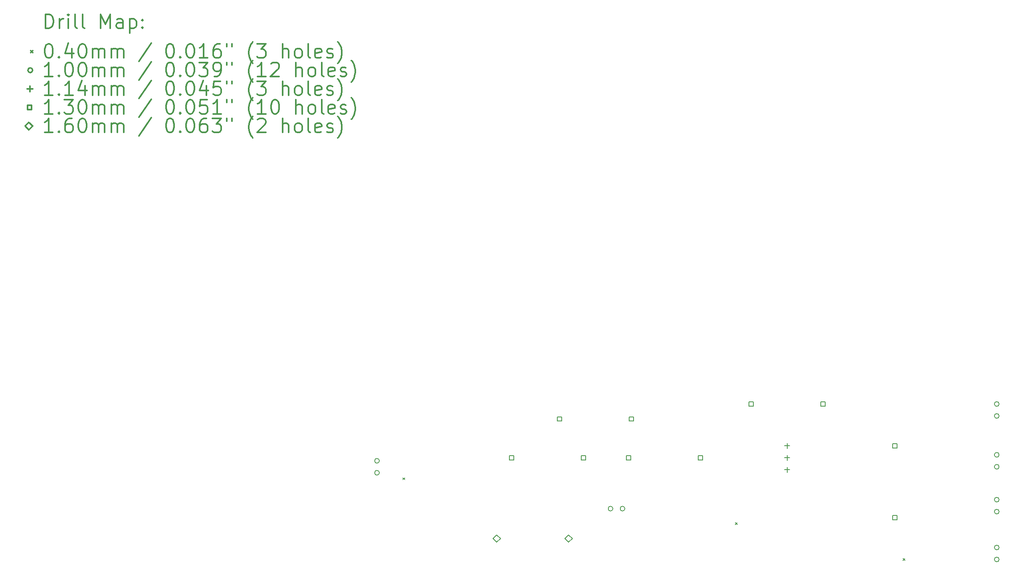
<source format=gbr>
%FSLAX45Y45*%
G04 Gerber Fmt 4.5, Leading zero omitted, Abs format (unit mm)*
G04 Created by KiCad (PCBNEW 4.0.5) date 02/22/17 18:24:00*
%MOMM*%
%LPD*%
G01*
G04 APERTURE LIST*
%ADD10C,0.127000*%
%ADD11C,0.200000*%
%ADD12C,0.300000*%
G04 APERTURE END LIST*
D10*
D11*
X1186500Y2115500D02*
X1226500Y2075500D01*
X1226500Y2115500D02*
X1186500Y2075500D01*
X8235000Y1163000D02*
X8275000Y1123000D01*
X8275000Y1163000D02*
X8235000Y1123000D01*
X11791000Y401000D02*
X11831000Y361000D01*
X11831000Y401000D02*
X11791000Y361000D01*
X685000Y2476500D02*
G75*
G03X685000Y2476500I-50000J0D01*
G01*
X685000Y2222500D02*
G75*
G03X685000Y2222500I-50000J0D01*
G01*
X5638000Y1460500D02*
G75*
G03X5638000Y1460500I-50000J0D01*
G01*
X5892000Y1460500D02*
G75*
G03X5892000Y1460500I-50000J0D01*
G01*
X13829500Y3683000D02*
G75*
G03X13829500Y3683000I-50000J0D01*
G01*
X13829500Y3429000D02*
G75*
G03X13829500Y3429000I-50000J0D01*
G01*
X13829500Y2603500D02*
G75*
G03X13829500Y2603500I-50000J0D01*
G01*
X13829500Y2349500D02*
G75*
G03X13829500Y2349500I-50000J0D01*
G01*
X13829500Y1651000D02*
G75*
G03X13829500Y1651000I-50000J0D01*
G01*
X13829500Y1397000D02*
G75*
G03X13829500Y1397000I-50000J0D01*
G01*
X13829500Y635000D02*
G75*
G03X13829500Y635000I-50000J0D01*
G01*
X13829500Y381000D02*
G75*
G03X13829500Y381000I-50000J0D01*
G01*
X9334500Y2851150D02*
X9334500Y2736850D01*
X9277350Y2794000D02*
X9391650Y2794000D01*
X9334500Y2597150D02*
X9334500Y2482850D01*
X9277350Y2540000D02*
X9391650Y2540000D01*
X9334500Y2343150D02*
X9334500Y2228850D01*
X9277350Y2286000D02*
X9391650Y2286000D01*
X3538462Y2494038D02*
X3538462Y2585962D01*
X3446538Y2585962D01*
X3446538Y2494038D01*
X3538462Y2494038D01*
X4554462Y3319538D02*
X4554462Y3411462D01*
X4462538Y3411462D01*
X4462538Y3319538D01*
X4554462Y3319538D01*
X5062462Y2494038D02*
X5062462Y2585962D01*
X4970538Y2585962D01*
X4970538Y2494038D01*
X5062462Y2494038D01*
X6014962Y2494038D02*
X6014962Y2585962D01*
X5923038Y2585962D01*
X5923038Y2494038D01*
X6014962Y2494038D01*
X6078462Y3319538D02*
X6078462Y3411462D01*
X5986538Y3411462D01*
X5986538Y3319538D01*
X6078462Y3319538D01*
X7538962Y2494038D02*
X7538962Y2585962D01*
X7447038Y2585962D01*
X7447038Y2494038D01*
X7538962Y2494038D01*
X8618462Y3637038D02*
X8618462Y3728962D01*
X8526538Y3728962D01*
X8526538Y3637038D01*
X8618462Y3637038D01*
X10142462Y3637038D02*
X10142462Y3728962D01*
X10050538Y3728962D01*
X10050538Y3637038D01*
X10142462Y3637038D01*
X11666462Y2748038D02*
X11666462Y2839962D01*
X11574538Y2839962D01*
X11574538Y2748038D01*
X11666462Y2748038D01*
X11666462Y1224038D02*
X11666462Y1315962D01*
X11574538Y1315962D01*
X11574538Y1224038D01*
X11666462Y1224038D01*
X3175000Y745500D02*
X3255000Y825500D01*
X3175000Y905500D01*
X3095000Y825500D01*
X3175000Y745500D01*
X4699000Y745500D02*
X4779000Y825500D01*
X4699000Y905500D01*
X4619000Y825500D01*
X4699000Y745500D01*
D12*
X-6396071Y11662786D02*
X-6396071Y11962786D01*
X-6324643Y11962786D01*
X-6281786Y11948500D01*
X-6253214Y11919929D01*
X-6238929Y11891357D01*
X-6224643Y11834214D01*
X-6224643Y11791357D01*
X-6238929Y11734214D01*
X-6253214Y11705643D01*
X-6281786Y11677071D01*
X-6324643Y11662786D01*
X-6396071Y11662786D01*
X-6096071Y11662786D02*
X-6096071Y11862786D01*
X-6096071Y11805643D02*
X-6081786Y11834214D01*
X-6067500Y11848500D01*
X-6038929Y11862786D01*
X-6010357Y11862786D01*
X-5910357Y11662786D02*
X-5910357Y11862786D01*
X-5910357Y11962786D02*
X-5924643Y11948500D01*
X-5910357Y11934214D01*
X-5896071Y11948500D01*
X-5910357Y11962786D01*
X-5910357Y11934214D01*
X-5724643Y11662786D02*
X-5753214Y11677071D01*
X-5767500Y11705643D01*
X-5767500Y11962786D01*
X-5567500Y11662786D02*
X-5596071Y11677071D01*
X-5610357Y11705643D01*
X-5610357Y11962786D01*
X-5224643Y11662786D02*
X-5224643Y11962786D01*
X-5124643Y11748500D01*
X-5024643Y11962786D01*
X-5024643Y11662786D01*
X-4753214Y11662786D02*
X-4753214Y11819929D01*
X-4767500Y11848500D01*
X-4796071Y11862786D01*
X-4853214Y11862786D01*
X-4881786Y11848500D01*
X-4753214Y11677071D02*
X-4781786Y11662786D01*
X-4853214Y11662786D01*
X-4881786Y11677071D01*
X-4896071Y11705643D01*
X-4896071Y11734214D01*
X-4881786Y11762786D01*
X-4853214Y11777071D01*
X-4781786Y11777071D01*
X-4753214Y11791357D01*
X-4610357Y11862786D02*
X-4610357Y11562786D01*
X-4610357Y11848500D02*
X-4581786Y11862786D01*
X-4524643Y11862786D01*
X-4496071Y11848500D01*
X-4481786Y11834214D01*
X-4467500Y11805643D01*
X-4467500Y11719929D01*
X-4481786Y11691357D01*
X-4496071Y11677071D01*
X-4524643Y11662786D01*
X-4581786Y11662786D01*
X-4610357Y11677071D01*
X-4338929Y11691357D02*
X-4324643Y11677071D01*
X-4338929Y11662786D01*
X-4353214Y11677071D01*
X-4338929Y11691357D01*
X-4338929Y11662786D01*
X-4338929Y11848500D02*
X-4324643Y11834214D01*
X-4338929Y11819929D01*
X-4353214Y11834214D01*
X-4338929Y11848500D01*
X-4338929Y11819929D01*
X-6707500Y11188500D02*
X-6667500Y11148500D01*
X-6667500Y11188500D02*
X-6707500Y11148500D01*
X-6338929Y11332786D02*
X-6310357Y11332786D01*
X-6281786Y11318500D01*
X-6267500Y11304214D01*
X-6253214Y11275643D01*
X-6238929Y11218500D01*
X-6238929Y11147071D01*
X-6253214Y11089929D01*
X-6267500Y11061357D01*
X-6281786Y11047071D01*
X-6310357Y11032786D01*
X-6338929Y11032786D01*
X-6367500Y11047071D01*
X-6381786Y11061357D01*
X-6396071Y11089929D01*
X-6410357Y11147071D01*
X-6410357Y11218500D01*
X-6396071Y11275643D01*
X-6381786Y11304214D01*
X-6367500Y11318500D01*
X-6338929Y11332786D01*
X-6110357Y11061357D02*
X-6096071Y11047071D01*
X-6110357Y11032786D01*
X-6124643Y11047071D01*
X-6110357Y11061357D01*
X-6110357Y11032786D01*
X-5838929Y11232786D02*
X-5838929Y11032786D01*
X-5910357Y11347071D02*
X-5981786Y11132786D01*
X-5796071Y11132786D01*
X-5624643Y11332786D02*
X-5596071Y11332786D01*
X-5567500Y11318500D01*
X-5553214Y11304214D01*
X-5538929Y11275643D01*
X-5524643Y11218500D01*
X-5524643Y11147071D01*
X-5538929Y11089929D01*
X-5553214Y11061357D01*
X-5567500Y11047071D01*
X-5596071Y11032786D01*
X-5624643Y11032786D01*
X-5653214Y11047071D01*
X-5667500Y11061357D01*
X-5681786Y11089929D01*
X-5696071Y11147071D01*
X-5696071Y11218500D01*
X-5681786Y11275643D01*
X-5667500Y11304214D01*
X-5653214Y11318500D01*
X-5624643Y11332786D01*
X-5396071Y11032786D02*
X-5396071Y11232786D01*
X-5396071Y11204214D02*
X-5381786Y11218500D01*
X-5353214Y11232786D01*
X-5310357Y11232786D01*
X-5281786Y11218500D01*
X-5267500Y11189929D01*
X-5267500Y11032786D01*
X-5267500Y11189929D02*
X-5253214Y11218500D01*
X-5224643Y11232786D01*
X-5181786Y11232786D01*
X-5153214Y11218500D01*
X-5138929Y11189929D01*
X-5138929Y11032786D01*
X-4996071Y11032786D02*
X-4996071Y11232786D01*
X-4996071Y11204214D02*
X-4981786Y11218500D01*
X-4953214Y11232786D01*
X-4910357Y11232786D01*
X-4881786Y11218500D01*
X-4867500Y11189929D01*
X-4867500Y11032786D01*
X-4867500Y11189929D02*
X-4853214Y11218500D01*
X-4824643Y11232786D01*
X-4781786Y11232786D01*
X-4753214Y11218500D01*
X-4738929Y11189929D01*
X-4738929Y11032786D01*
X-4153214Y11347071D02*
X-4410357Y10961357D01*
X-3767500Y11332786D02*
X-3738929Y11332786D01*
X-3710357Y11318500D01*
X-3696071Y11304214D01*
X-3681786Y11275643D01*
X-3667500Y11218500D01*
X-3667500Y11147071D01*
X-3681786Y11089929D01*
X-3696071Y11061357D01*
X-3710357Y11047071D01*
X-3738929Y11032786D01*
X-3767500Y11032786D01*
X-3796071Y11047071D01*
X-3810357Y11061357D01*
X-3824643Y11089929D01*
X-3838929Y11147071D01*
X-3838929Y11218500D01*
X-3824643Y11275643D01*
X-3810357Y11304214D01*
X-3796071Y11318500D01*
X-3767500Y11332786D01*
X-3538929Y11061357D02*
X-3524643Y11047071D01*
X-3538929Y11032786D01*
X-3553214Y11047071D01*
X-3538929Y11061357D01*
X-3538929Y11032786D01*
X-3338929Y11332786D02*
X-3310357Y11332786D01*
X-3281786Y11318500D01*
X-3267500Y11304214D01*
X-3253214Y11275643D01*
X-3238929Y11218500D01*
X-3238929Y11147071D01*
X-3253214Y11089929D01*
X-3267500Y11061357D01*
X-3281786Y11047071D01*
X-3310357Y11032786D01*
X-3338929Y11032786D01*
X-3367500Y11047071D01*
X-3381786Y11061357D01*
X-3396071Y11089929D01*
X-3410357Y11147071D01*
X-3410357Y11218500D01*
X-3396071Y11275643D01*
X-3381786Y11304214D01*
X-3367500Y11318500D01*
X-3338929Y11332786D01*
X-2953214Y11032786D02*
X-3124643Y11032786D01*
X-3038929Y11032786D02*
X-3038929Y11332786D01*
X-3067500Y11289929D01*
X-3096071Y11261357D01*
X-3124643Y11247071D01*
X-2696072Y11332786D02*
X-2753214Y11332786D01*
X-2781786Y11318500D01*
X-2796072Y11304214D01*
X-2824643Y11261357D01*
X-2838929Y11204214D01*
X-2838929Y11089929D01*
X-2824643Y11061357D01*
X-2810357Y11047071D01*
X-2781786Y11032786D01*
X-2724643Y11032786D01*
X-2696072Y11047071D01*
X-2681786Y11061357D01*
X-2667500Y11089929D01*
X-2667500Y11161357D01*
X-2681786Y11189929D01*
X-2696072Y11204214D01*
X-2724643Y11218500D01*
X-2781786Y11218500D01*
X-2810357Y11204214D01*
X-2824643Y11189929D01*
X-2838929Y11161357D01*
X-2553214Y11332786D02*
X-2553214Y11275643D01*
X-2438929Y11332786D02*
X-2438929Y11275643D01*
X-1996071Y10918500D02*
X-2010357Y10932786D01*
X-2038929Y10975643D01*
X-2053214Y11004214D01*
X-2067500Y11047071D01*
X-2081786Y11118500D01*
X-2081786Y11175643D01*
X-2067500Y11247071D01*
X-2053214Y11289929D01*
X-2038929Y11318500D01*
X-2010357Y11361357D01*
X-1996071Y11375643D01*
X-1910357Y11332786D02*
X-1724643Y11332786D01*
X-1824643Y11218500D01*
X-1781786Y11218500D01*
X-1753214Y11204214D01*
X-1738929Y11189929D01*
X-1724643Y11161357D01*
X-1724643Y11089929D01*
X-1738929Y11061357D01*
X-1753214Y11047071D01*
X-1781786Y11032786D01*
X-1867500Y11032786D01*
X-1896071Y11047071D01*
X-1910357Y11061357D01*
X-1367500Y11032786D02*
X-1367500Y11332786D01*
X-1238929Y11032786D02*
X-1238929Y11189929D01*
X-1253214Y11218500D01*
X-1281786Y11232786D01*
X-1324643Y11232786D01*
X-1353214Y11218500D01*
X-1367500Y11204214D01*
X-1053214Y11032786D02*
X-1081786Y11047071D01*
X-1096072Y11061357D01*
X-1110357Y11089929D01*
X-1110357Y11175643D01*
X-1096072Y11204214D01*
X-1081786Y11218500D01*
X-1053214Y11232786D01*
X-1010357Y11232786D01*
X-981786Y11218500D01*
X-967500Y11204214D01*
X-953214Y11175643D01*
X-953214Y11089929D01*
X-967500Y11061357D01*
X-981786Y11047071D01*
X-1010357Y11032786D01*
X-1053214Y11032786D01*
X-781786Y11032786D02*
X-810357Y11047071D01*
X-824643Y11075643D01*
X-824643Y11332786D01*
X-553214Y11047071D02*
X-581786Y11032786D01*
X-638929Y11032786D01*
X-667500Y11047071D01*
X-681786Y11075643D01*
X-681786Y11189929D01*
X-667500Y11218500D01*
X-638929Y11232786D01*
X-581786Y11232786D01*
X-553214Y11218500D01*
X-538929Y11189929D01*
X-538929Y11161357D01*
X-681786Y11132786D01*
X-424643Y11047071D02*
X-396071Y11032786D01*
X-338929Y11032786D01*
X-310357Y11047071D01*
X-296071Y11075643D01*
X-296071Y11089929D01*
X-310357Y11118500D01*
X-338929Y11132786D01*
X-381786Y11132786D01*
X-410357Y11147071D01*
X-424643Y11175643D01*
X-424643Y11189929D01*
X-410357Y11218500D01*
X-381786Y11232786D01*
X-338929Y11232786D01*
X-310357Y11218500D01*
X-196071Y10918500D02*
X-181786Y10932786D01*
X-153214Y10975643D01*
X-138929Y11004214D01*
X-124643Y11047071D01*
X-110357Y11118500D01*
X-110357Y11175643D01*
X-124643Y11247071D01*
X-138929Y11289929D01*
X-153214Y11318500D01*
X-181786Y11361357D01*
X-196071Y11375643D01*
X-6667500Y10772500D02*
G75*
G03X-6667500Y10772500I-50000J0D01*
G01*
X-6238929Y10636786D02*
X-6410357Y10636786D01*
X-6324643Y10636786D02*
X-6324643Y10936786D01*
X-6353214Y10893929D01*
X-6381786Y10865357D01*
X-6410357Y10851071D01*
X-6110357Y10665357D02*
X-6096071Y10651071D01*
X-6110357Y10636786D01*
X-6124643Y10651071D01*
X-6110357Y10665357D01*
X-6110357Y10636786D01*
X-5910357Y10936786D02*
X-5881786Y10936786D01*
X-5853214Y10922500D01*
X-5838929Y10908214D01*
X-5824643Y10879643D01*
X-5810357Y10822500D01*
X-5810357Y10751071D01*
X-5824643Y10693929D01*
X-5838929Y10665357D01*
X-5853214Y10651071D01*
X-5881786Y10636786D01*
X-5910357Y10636786D01*
X-5938929Y10651071D01*
X-5953214Y10665357D01*
X-5967500Y10693929D01*
X-5981786Y10751071D01*
X-5981786Y10822500D01*
X-5967500Y10879643D01*
X-5953214Y10908214D01*
X-5938929Y10922500D01*
X-5910357Y10936786D01*
X-5624643Y10936786D02*
X-5596071Y10936786D01*
X-5567500Y10922500D01*
X-5553214Y10908214D01*
X-5538929Y10879643D01*
X-5524643Y10822500D01*
X-5524643Y10751071D01*
X-5538929Y10693929D01*
X-5553214Y10665357D01*
X-5567500Y10651071D01*
X-5596071Y10636786D01*
X-5624643Y10636786D01*
X-5653214Y10651071D01*
X-5667500Y10665357D01*
X-5681786Y10693929D01*
X-5696071Y10751071D01*
X-5696071Y10822500D01*
X-5681786Y10879643D01*
X-5667500Y10908214D01*
X-5653214Y10922500D01*
X-5624643Y10936786D01*
X-5396071Y10636786D02*
X-5396071Y10836786D01*
X-5396071Y10808214D02*
X-5381786Y10822500D01*
X-5353214Y10836786D01*
X-5310357Y10836786D01*
X-5281786Y10822500D01*
X-5267500Y10793929D01*
X-5267500Y10636786D01*
X-5267500Y10793929D02*
X-5253214Y10822500D01*
X-5224643Y10836786D01*
X-5181786Y10836786D01*
X-5153214Y10822500D01*
X-5138929Y10793929D01*
X-5138929Y10636786D01*
X-4996071Y10636786D02*
X-4996071Y10836786D01*
X-4996071Y10808214D02*
X-4981786Y10822500D01*
X-4953214Y10836786D01*
X-4910357Y10836786D01*
X-4881786Y10822500D01*
X-4867500Y10793929D01*
X-4867500Y10636786D01*
X-4867500Y10793929D02*
X-4853214Y10822500D01*
X-4824643Y10836786D01*
X-4781786Y10836786D01*
X-4753214Y10822500D01*
X-4738929Y10793929D01*
X-4738929Y10636786D01*
X-4153214Y10951071D02*
X-4410357Y10565357D01*
X-3767500Y10936786D02*
X-3738929Y10936786D01*
X-3710357Y10922500D01*
X-3696071Y10908214D01*
X-3681786Y10879643D01*
X-3667500Y10822500D01*
X-3667500Y10751071D01*
X-3681786Y10693929D01*
X-3696071Y10665357D01*
X-3710357Y10651071D01*
X-3738929Y10636786D01*
X-3767500Y10636786D01*
X-3796071Y10651071D01*
X-3810357Y10665357D01*
X-3824643Y10693929D01*
X-3838929Y10751071D01*
X-3838929Y10822500D01*
X-3824643Y10879643D01*
X-3810357Y10908214D01*
X-3796071Y10922500D01*
X-3767500Y10936786D01*
X-3538929Y10665357D02*
X-3524643Y10651071D01*
X-3538929Y10636786D01*
X-3553214Y10651071D01*
X-3538929Y10665357D01*
X-3538929Y10636786D01*
X-3338929Y10936786D02*
X-3310357Y10936786D01*
X-3281786Y10922500D01*
X-3267500Y10908214D01*
X-3253214Y10879643D01*
X-3238929Y10822500D01*
X-3238929Y10751071D01*
X-3253214Y10693929D01*
X-3267500Y10665357D01*
X-3281786Y10651071D01*
X-3310357Y10636786D01*
X-3338929Y10636786D01*
X-3367500Y10651071D01*
X-3381786Y10665357D01*
X-3396071Y10693929D01*
X-3410357Y10751071D01*
X-3410357Y10822500D01*
X-3396071Y10879643D01*
X-3381786Y10908214D01*
X-3367500Y10922500D01*
X-3338929Y10936786D01*
X-3138929Y10936786D02*
X-2953214Y10936786D01*
X-3053214Y10822500D01*
X-3010357Y10822500D01*
X-2981786Y10808214D01*
X-2967500Y10793929D01*
X-2953214Y10765357D01*
X-2953214Y10693929D01*
X-2967500Y10665357D01*
X-2981786Y10651071D01*
X-3010357Y10636786D01*
X-3096071Y10636786D01*
X-3124643Y10651071D01*
X-3138929Y10665357D01*
X-2810357Y10636786D02*
X-2753214Y10636786D01*
X-2724643Y10651071D01*
X-2710357Y10665357D01*
X-2681786Y10708214D01*
X-2667500Y10765357D01*
X-2667500Y10879643D01*
X-2681786Y10908214D01*
X-2696072Y10922500D01*
X-2724643Y10936786D01*
X-2781786Y10936786D01*
X-2810357Y10922500D01*
X-2824643Y10908214D01*
X-2838929Y10879643D01*
X-2838929Y10808214D01*
X-2824643Y10779643D01*
X-2810357Y10765357D01*
X-2781786Y10751071D01*
X-2724643Y10751071D01*
X-2696072Y10765357D01*
X-2681786Y10779643D01*
X-2667500Y10808214D01*
X-2553214Y10936786D02*
X-2553214Y10879643D01*
X-2438929Y10936786D02*
X-2438929Y10879643D01*
X-1996071Y10522500D02*
X-2010357Y10536786D01*
X-2038929Y10579643D01*
X-2053214Y10608214D01*
X-2067500Y10651071D01*
X-2081786Y10722500D01*
X-2081786Y10779643D01*
X-2067500Y10851071D01*
X-2053214Y10893929D01*
X-2038929Y10922500D01*
X-2010357Y10965357D01*
X-1996071Y10979643D01*
X-1724643Y10636786D02*
X-1896071Y10636786D01*
X-1810357Y10636786D02*
X-1810357Y10936786D01*
X-1838929Y10893929D01*
X-1867500Y10865357D01*
X-1896071Y10851071D01*
X-1610357Y10908214D02*
X-1596071Y10922500D01*
X-1567500Y10936786D01*
X-1496071Y10936786D01*
X-1467500Y10922500D01*
X-1453214Y10908214D01*
X-1438929Y10879643D01*
X-1438929Y10851071D01*
X-1453214Y10808214D01*
X-1624643Y10636786D01*
X-1438929Y10636786D01*
X-1081786Y10636786D02*
X-1081786Y10936786D01*
X-953214Y10636786D02*
X-953214Y10793929D01*
X-967500Y10822500D01*
X-996071Y10836786D01*
X-1038929Y10836786D01*
X-1067500Y10822500D01*
X-1081786Y10808214D01*
X-767500Y10636786D02*
X-796071Y10651071D01*
X-810357Y10665357D01*
X-824643Y10693929D01*
X-824643Y10779643D01*
X-810357Y10808214D01*
X-796071Y10822500D01*
X-767500Y10836786D01*
X-724643Y10836786D01*
X-696072Y10822500D01*
X-681786Y10808214D01*
X-667500Y10779643D01*
X-667500Y10693929D01*
X-681786Y10665357D01*
X-696072Y10651071D01*
X-724643Y10636786D01*
X-767500Y10636786D01*
X-496071Y10636786D02*
X-524643Y10651071D01*
X-538929Y10679643D01*
X-538929Y10936786D01*
X-267500Y10651071D02*
X-296071Y10636786D01*
X-353214Y10636786D01*
X-381786Y10651071D01*
X-396071Y10679643D01*
X-396071Y10793929D01*
X-381786Y10822500D01*
X-353214Y10836786D01*
X-296071Y10836786D01*
X-267500Y10822500D01*
X-253214Y10793929D01*
X-253214Y10765357D01*
X-396071Y10736786D01*
X-138929Y10651071D02*
X-110357Y10636786D01*
X-53214Y10636786D01*
X-24643Y10651071D01*
X-10357Y10679643D01*
X-10357Y10693929D01*
X-24643Y10722500D01*
X-53214Y10736786D01*
X-96071Y10736786D01*
X-124643Y10751071D01*
X-138929Y10779643D01*
X-138929Y10793929D01*
X-124643Y10822500D01*
X-96071Y10836786D01*
X-53214Y10836786D01*
X-24643Y10822500D01*
X89643Y10522500D02*
X103929Y10536786D01*
X132500Y10579643D01*
X146786Y10608214D01*
X161071Y10651071D01*
X175357Y10722500D01*
X175357Y10779643D01*
X161071Y10851071D01*
X146786Y10893929D01*
X132500Y10922500D01*
X103929Y10965357D01*
X89643Y10979643D01*
X-6724650Y10433650D02*
X-6724650Y10319350D01*
X-6781800Y10376500D02*
X-6667500Y10376500D01*
X-6238929Y10240786D02*
X-6410357Y10240786D01*
X-6324643Y10240786D02*
X-6324643Y10540786D01*
X-6353214Y10497929D01*
X-6381786Y10469357D01*
X-6410357Y10455071D01*
X-6110357Y10269357D02*
X-6096071Y10255071D01*
X-6110357Y10240786D01*
X-6124643Y10255071D01*
X-6110357Y10269357D01*
X-6110357Y10240786D01*
X-5810357Y10240786D02*
X-5981786Y10240786D01*
X-5896071Y10240786D02*
X-5896071Y10540786D01*
X-5924643Y10497929D01*
X-5953214Y10469357D01*
X-5981786Y10455071D01*
X-5553214Y10440786D02*
X-5553214Y10240786D01*
X-5624643Y10555071D02*
X-5696071Y10340786D01*
X-5510357Y10340786D01*
X-5396071Y10240786D02*
X-5396071Y10440786D01*
X-5396071Y10412214D02*
X-5381786Y10426500D01*
X-5353214Y10440786D01*
X-5310357Y10440786D01*
X-5281786Y10426500D01*
X-5267500Y10397929D01*
X-5267500Y10240786D01*
X-5267500Y10397929D02*
X-5253214Y10426500D01*
X-5224643Y10440786D01*
X-5181786Y10440786D01*
X-5153214Y10426500D01*
X-5138929Y10397929D01*
X-5138929Y10240786D01*
X-4996071Y10240786D02*
X-4996071Y10440786D01*
X-4996071Y10412214D02*
X-4981786Y10426500D01*
X-4953214Y10440786D01*
X-4910357Y10440786D01*
X-4881786Y10426500D01*
X-4867500Y10397929D01*
X-4867500Y10240786D01*
X-4867500Y10397929D02*
X-4853214Y10426500D01*
X-4824643Y10440786D01*
X-4781786Y10440786D01*
X-4753214Y10426500D01*
X-4738929Y10397929D01*
X-4738929Y10240786D01*
X-4153214Y10555071D02*
X-4410357Y10169357D01*
X-3767500Y10540786D02*
X-3738929Y10540786D01*
X-3710357Y10526500D01*
X-3696071Y10512214D01*
X-3681786Y10483643D01*
X-3667500Y10426500D01*
X-3667500Y10355071D01*
X-3681786Y10297929D01*
X-3696071Y10269357D01*
X-3710357Y10255071D01*
X-3738929Y10240786D01*
X-3767500Y10240786D01*
X-3796071Y10255071D01*
X-3810357Y10269357D01*
X-3824643Y10297929D01*
X-3838929Y10355071D01*
X-3838929Y10426500D01*
X-3824643Y10483643D01*
X-3810357Y10512214D01*
X-3796071Y10526500D01*
X-3767500Y10540786D01*
X-3538929Y10269357D02*
X-3524643Y10255071D01*
X-3538929Y10240786D01*
X-3553214Y10255071D01*
X-3538929Y10269357D01*
X-3538929Y10240786D01*
X-3338929Y10540786D02*
X-3310357Y10540786D01*
X-3281786Y10526500D01*
X-3267500Y10512214D01*
X-3253214Y10483643D01*
X-3238929Y10426500D01*
X-3238929Y10355071D01*
X-3253214Y10297929D01*
X-3267500Y10269357D01*
X-3281786Y10255071D01*
X-3310357Y10240786D01*
X-3338929Y10240786D01*
X-3367500Y10255071D01*
X-3381786Y10269357D01*
X-3396071Y10297929D01*
X-3410357Y10355071D01*
X-3410357Y10426500D01*
X-3396071Y10483643D01*
X-3381786Y10512214D01*
X-3367500Y10526500D01*
X-3338929Y10540786D01*
X-2981786Y10440786D02*
X-2981786Y10240786D01*
X-3053214Y10555071D02*
X-3124643Y10340786D01*
X-2938929Y10340786D01*
X-2681786Y10540786D02*
X-2824643Y10540786D01*
X-2838929Y10397929D01*
X-2824643Y10412214D01*
X-2796072Y10426500D01*
X-2724643Y10426500D01*
X-2696072Y10412214D01*
X-2681786Y10397929D01*
X-2667500Y10369357D01*
X-2667500Y10297929D01*
X-2681786Y10269357D01*
X-2696072Y10255071D01*
X-2724643Y10240786D01*
X-2796072Y10240786D01*
X-2824643Y10255071D01*
X-2838929Y10269357D01*
X-2553214Y10540786D02*
X-2553214Y10483643D01*
X-2438929Y10540786D02*
X-2438929Y10483643D01*
X-1996071Y10126500D02*
X-2010357Y10140786D01*
X-2038929Y10183643D01*
X-2053214Y10212214D01*
X-2067500Y10255071D01*
X-2081786Y10326500D01*
X-2081786Y10383643D01*
X-2067500Y10455071D01*
X-2053214Y10497929D01*
X-2038929Y10526500D01*
X-2010357Y10569357D01*
X-1996071Y10583643D01*
X-1910357Y10540786D02*
X-1724643Y10540786D01*
X-1824643Y10426500D01*
X-1781786Y10426500D01*
X-1753214Y10412214D01*
X-1738929Y10397929D01*
X-1724643Y10369357D01*
X-1724643Y10297929D01*
X-1738929Y10269357D01*
X-1753214Y10255071D01*
X-1781786Y10240786D01*
X-1867500Y10240786D01*
X-1896071Y10255071D01*
X-1910357Y10269357D01*
X-1367500Y10240786D02*
X-1367500Y10540786D01*
X-1238929Y10240786D02*
X-1238929Y10397929D01*
X-1253214Y10426500D01*
X-1281786Y10440786D01*
X-1324643Y10440786D01*
X-1353214Y10426500D01*
X-1367500Y10412214D01*
X-1053214Y10240786D02*
X-1081786Y10255071D01*
X-1096072Y10269357D01*
X-1110357Y10297929D01*
X-1110357Y10383643D01*
X-1096072Y10412214D01*
X-1081786Y10426500D01*
X-1053214Y10440786D01*
X-1010357Y10440786D01*
X-981786Y10426500D01*
X-967500Y10412214D01*
X-953214Y10383643D01*
X-953214Y10297929D01*
X-967500Y10269357D01*
X-981786Y10255071D01*
X-1010357Y10240786D01*
X-1053214Y10240786D01*
X-781786Y10240786D02*
X-810357Y10255071D01*
X-824643Y10283643D01*
X-824643Y10540786D01*
X-553214Y10255071D02*
X-581786Y10240786D01*
X-638929Y10240786D01*
X-667500Y10255071D01*
X-681786Y10283643D01*
X-681786Y10397929D01*
X-667500Y10426500D01*
X-638929Y10440786D01*
X-581786Y10440786D01*
X-553214Y10426500D01*
X-538929Y10397929D01*
X-538929Y10369357D01*
X-681786Y10340786D01*
X-424643Y10255071D02*
X-396071Y10240786D01*
X-338929Y10240786D01*
X-310357Y10255071D01*
X-296071Y10283643D01*
X-296071Y10297929D01*
X-310357Y10326500D01*
X-338929Y10340786D01*
X-381786Y10340786D01*
X-410357Y10355071D01*
X-424643Y10383643D01*
X-424643Y10397929D01*
X-410357Y10426500D01*
X-381786Y10440786D01*
X-338929Y10440786D01*
X-310357Y10426500D01*
X-196071Y10126500D02*
X-181786Y10140786D01*
X-153214Y10183643D01*
X-138929Y10212214D01*
X-124643Y10255071D01*
X-110357Y10326500D01*
X-110357Y10383643D01*
X-124643Y10455071D01*
X-138929Y10497929D01*
X-153214Y10526500D01*
X-181786Y10569357D01*
X-196071Y10583643D01*
X-6686538Y9934538D02*
X-6686538Y10026462D01*
X-6778462Y10026462D01*
X-6778462Y9934538D01*
X-6686538Y9934538D01*
X-6238929Y9844786D02*
X-6410357Y9844786D01*
X-6324643Y9844786D02*
X-6324643Y10144786D01*
X-6353214Y10101929D01*
X-6381786Y10073357D01*
X-6410357Y10059071D01*
X-6110357Y9873357D02*
X-6096071Y9859071D01*
X-6110357Y9844786D01*
X-6124643Y9859071D01*
X-6110357Y9873357D01*
X-6110357Y9844786D01*
X-5996071Y10144786D02*
X-5810357Y10144786D01*
X-5910357Y10030500D01*
X-5867500Y10030500D01*
X-5838929Y10016214D01*
X-5824643Y10001929D01*
X-5810357Y9973357D01*
X-5810357Y9901929D01*
X-5824643Y9873357D01*
X-5838929Y9859071D01*
X-5867500Y9844786D01*
X-5953214Y9844786D01*
X-5981786Y9859071D01*
X-5996071Y9873357D01*
X-5624643Y10144786D02*
X-5596071Y10144786D01*
X-5567500Y10130500D01*
X-5553214Y10116214D01*
X-5538929Y10087643D01*
X-5524643Y10030500D01*
X-5524643Y9959071D01*
X-5538929Y9901929D01*
X-5553214Y9873357D01*
X-5567500Y9859071D01*
X-5596071Y9844786D01*
X-5624643Y9844786D01*
X-5653214Y9859071D01*
X-5667500Y9873357D01*
X-5681786Y9901929D01*
X-5696071Y9959071D01*
X-5696071Y10030500D01*
X-5681786Y10087643D01*
X-5667500Y10116214D01*
X-5653214Y10130500D01*
X-5624643Y10144786D01*
X-5396071Y9844786D02*
X-5396071Y10044786D01*
X-5396071Y10016214D02*
X-5381786Y10030500D01*
X-5353214Y10044786D01*
X-5310357Y10044786D01*
X-5281786Y10030500D01*
X-5267500Y10001929D01*
X-5267500Y9844786D01*
X-5267500Y10001929D02*
X-5253214Y10030500D01*
X-5224643Y10044786D01*
X-5181786Y10044786D01*
X-5153214Y10030500D01*
X-5138929Y10001929D01*
X-5138929Y9844786D01*
X-4996071Y9844786D02*
X-4996071Y10044786D01*
X-4996071Y10016214D02*
X-4981786Y10030500D01*
X-4953214Y10044786D01*
X-4910357Y10044786D01*
X-4881786Y10030500D01*
X-4867500Y10001929D01*
X-4867500Y9844786D01*
X-4867500Y10001929D02*
X-4853214Y10030500D01*
X-4824643Y10044786D01*
X-4781786Y10044786D01*
X-4753214Y10030500D01*
X-4738929Y10001929D01*
X-4738929Y9844786D01*
X-4153214Y10159071D02*
X-4410357Y9773357D01*
X-3767500Y10144786D02*
X-3738929Y10144786D01*
X-3710357Y10130500D01*
X-3696071Y10116214D01*
X-3681786Y10087643D01*
X-3667500Y10030500D01*
X-3667500Y9959071D01*
X-3681786Y9901929D01*
X-3696071Y9873357D01*
X-3710357Y9859071D01*
X-3738929Y9844786D01*
X-3767500Y9844786D01*
X-3796071Y9859071D01*
X-3810357Y9873357D01*
X-3824643Y9901929D01*
X-3838929Y9959071D01*
X-3838929Y10030500D01*
X-3824643Y10087643D01*
X-3810357Y10116214D01*
X-3796071Y10130500D01*
X-3767500Y10144786D01*
X-3538929Y9873357D02*
X-3524643Y9859071D01*
X-3538929Y9844786D01*
X-3553214Y9859071D01*
X-3538929Y9873357D01*
X-3538929Y9844786D01*
X-3338929Y10144786D02*
X-3310357Y10144786D01*
X-3281786Y10130500D01*
X-3267500Y10116214D01*
X-3253214Y10087643D01*
X-3238929Y10030500D01*
X-3238929Y9959071D01*
X-3253214Y9901929D01*
X-3267500Y9873357D01*
X-3281786Y9859071D01*
X-3310357Y9844786D01*
X-3338929Y9844786D01*
X-3367500Y9859071D01*
X-3381786Y9873357D01*
X-3396071Y9901929D01*
X-3410357Y9959071D01*
X-3410357Y10030500D01*
X-3396071Y10087643D01*
X-3381786Y10116214D01*
X-3367500Y10130500D01*
X-3338929Y10144786D01*
X-2967500Y10144786D02*
X-3110357Y10144786D01*
X-3124643Y10001929D01*
X-3110357Y10016214D01*
X-3081786Y10030500D01*
X-3010357Y10030500D01*
X-2981786Y10016214D01*
X-2967500Y10001929D01*
X-2953214Y9973357D01*
X-2953214Y9901929D01*
X-2967500Y9873357D01*
X-2981786Y9859071D01*
X-3010357Y9844786D01*
X-3081786Y9844786D01*
X-3110357Y9859071D01*
X-3124643Y9873357D01*
X-2667500Y9844786D02*
X-2838929Y9844786D01*
X-2753214Y9844786D02*
X-2753214Y10144786D01*
X-2781786Y10101929D01*
X-2810357Y10073357D01*
X-2838929Y10059071D01*
X-2553214Y10144786D02*
X-2553214Y10087643D01*
X-2438929Y10144786D02*
X-2438929Y10087643D01*
X-1996071Y9730500D02*
X-2010357Y9744786D01*
X-2038929Y9787643D01*
X-2053214Y9816214D01*
X-2067500Y9859071D01*
X-2081786Y9930500D01*
X-2081786Y9987643D01*
X-2067500Y10059071D01*
X-2053214Y10101929D01*
X-2038929Y10130500D01*
X-2010357Y10173357D01*
X-1996071Y10187643D01*
X-1724643Y9844786D02*
X-1896071Y9844786D01*
X-1810357Y9844786D02*
X-1810357Y10144786D01*
X-1838929Y10101929D01*
X-1867500Y10073357D01*
X-1896071Y10059071D01*
X-1538929Y10144786D02*
X-1510357Y10144786D01*
X-1481786Y10130500D01*
X-1467500Y10116214D01*
X-1453214Y10087643D01*
X-1438929Y10030500D01*
X-1438929Y9959071D01*
X-1453214Y9901929D01*
X-1467500Y9873357D01*
X-1481786Y9859071D01*
X-1510357Y9844786D01*
X-1538929Y9844786D01*
X-1567500Y9859071D01*
X-1581786Y9873357D01*
X-1596071Y9901929D01*
X-1610357Y9959071D01*
X-1610357Y10030500D01*
X-1596071Y10087643D01*
X-1581786Y10116214D01*
X-1567500Y10130500D01*
X-1538929Y10144786D01*
X-1081786Y9844786D02*
X-1081786Y10144786D01*
X-953214Y9844786D02*
X-953214Y10001929D01*
X-967500Y10030500D01*
X-996071Y10044786D01*
X-1038929Y10044786D01*
X-1067500Y10030500D01*
X-1081786Y10016214D01*
X-767500Y9844786D02*
X-796071Y9859071D01*
X-810357Y9873357D01*
X-824643Y9901929D01*
X-824643Y9987643D01*
X-810357Y10016214D01*
X-796071Y10030500D01*
X-767500Y10044786D01*
X-724643Y10044786D01*
X-696072Y10030500D01*
X-681786Y10016214D01*
X-667500Y9987643D01*
X-667500Y9901929D01*
X-681786Y9873357D01*
X-696072Y9859071D01*
X-724643Y9844786D01*
X-767500Y9844786D01*
X-496071Y9844786D02*
X-524643Y9859071D01*
X-538929Y9887643D01*
X-538929Y10144786D01*
X-267500Y9859071D02*
X-296071Y9844786D01*
X-353214Y9844786D01*
X-381786Y9859071D01*
X-396071Y9887643D01*
X-396071Y10001929D01*
X-381786Y10030500D01*
X-353214Y10044786D01*
X-296071Y10044786D01*
X-267500Y10030500D01*
X-253214Y10001929D01*
X-253214Y9973357D01*
X-396071Y9944786D01*
X-138929Y9859071D02*
X-110357Y9844786D01*
X-53214Y9844786D01*
X-24643Y9859071D01*
X-10357Y9887643D01*
X-10357Y9901929D01*
X-24643Y9930500D01*
X-53214Y9944786D01*
X-96071Y9944786D01*
X-124643Y9959071D01*
X-138929Y9987643D01*
X-138929Y10001929D01*
X-124643Y10030500D01*
X-96071Y10044786D01*
X-53214Y10044786D01*
X-24643Y10030500D01*
X89643Y9730500D02*
X103929Y9744786D01*
X132500Y9787643D01*
X146786Y9816214D01*
X161071Y9859071D01*
X175357Y9930500D01*
X175357Y9987643D01*
X161071Y10059071D01*
X146786Y10101929D01*
X132500Y10130500D01*
X103929Y10173357D01*
X89643Y10187643D01*
X-6747500Y9504500D02*
X-6667500Y9584500D01*
X-6747500Y9664500D01*
X-6827500Y9584500D01*
X-6747500Y9504500D01*
X-6238929Y9448786D02*
X-6410357Y9448786D01*
X-6324643Y9448786D02*
X-6324643Y9748786D01*
X-6353214Y9705929D01*
X-6381786Y9677357D01*
X-6410357Y9663071D01*
X-6110357Y9477357D02*
X-6096071Y9463071D01*
X-6110357Y9448786D01*
X-6124643Y9463071D01*
X-6110357Y9477357D01*
X-6110357Y9448786D01*
X-5838929Y9748786D02*
X-5896071Y9748786D01*
X-5924643Y9734500D01*
X-5938929Y9720214D01*
X-5967500Y9677357D01*
X-5981786Y9620214D01*
X-5981786Y9505929D01*
X-5967500Y9477357D01*
X-5953214Y9463071D01*
X-5924643Y9448786D01*
X-5867500Y9448786D01*
X-5838929Y9463071D01*
X-5824643Y9477357D01*
X-5810357Y9505929D01*
X-5810357Y9577357D01*
X-5824643Y9605929D01*
X-5838929Y9620214D01*
X-5867500Y9634500D01*
X-5924643Y9634500D01*
X-5953214Y9620214D01*
X-5967500Y9605929D01*
X-5981786Y9577357D01*
X-5624643Y9748786D02*
X-5596071Y9748786D01*
X-5567500Y9734500D01*
X-5553214Y9720214D01*
X-5538929Y9691643D01*
X-5524643Y9634500D01*
X-5524643Y9563071D01*
X-5538929Y9505929D01*
X-5553214Y9477357D01*
X-5567500Y9463071D01*
X-5596071Y9448786D01*
X-5624643Y9448786D01*
X-5653214Y9463071D01*
X-5667500Y9477357D01*
X-5681786Y9505929D01*
X-5696071Y9563071D01*
X-5696071Y9634500D01*
X-5681786Y9691643D01*
X-5667500Y9720214D01*
X-5653214Y9734500D01*
X-5624643Y9748786D01*
X-5396071Y9448786D02*
X-5396071Y9648786D01*
X-5396071Y9620214D02*
X-5381786Y9634500D01*
X-5353214Y9648786D01*
X-5310357Y9648786D01*
X-5281786Y9634500D01*
X-5267500Y9605929D01*
X-5267500Y9448786D01*
X-5267500Y9605929D02*
X-5253214Y9634500D01*
X-5224643Y9648786D01*
X-5181786Y9648786D01*
X-5153214Y9634500D01*
X-5138929Y9605929D01*
X-5138929Y9448786D01*
X-4996071Y9448786D02*
X-4996071Y9648786D01*
X-4996071Y9620214D02*
X-4981786Y9634500D01*
X-4953214Y9648786D01*
X-4910357Y9648786D01*
X-4881786Y9634500D01*
X-4867500Y9605929D01*
X-4867500Y9448786D01*
X-4867500Y9605929D02*
X-4853214Y9634500D01*
X-4824643Y9648786D01*
X-4781786Y9648786D01*
X-4753214Y9634500D01*
X-4738929Y9605929D01*
X-4738929Y9448786D01*
X-4153214Y9763071D02*
X-4410357Y9377357D01*
X-3767500Y9748786D02*
X-3738929Y9748786D01*
X-3710357Y9734500D01*
X-3696071Y9720214D01*
X-3681786Y9691643D01*
X-3667500Y9634500D01*
X-3667500Y9563071D01*
X-3681786Y9505929D01*
X-3696071Y9477357D01*
X-3710357Y9463071D01*
X-3738929Y9448786D01*
X-3767500Y9448786D01*
X-3796071Y9463071D01*
X-3810357Y9477357D01*
X-3824643Y9505929D01*
X-3838929Y9563071D01*
X-3838929Y9634500D01*
X-3824643Y9691643D01*
X-3810357Y9720214D01*
X-3796071Y9734500D01*
X-3767500Y9748786D01*
X-3538929Y9477357D02*
X-3524643Y9463071D01*
X-3538929Y9448786D01*
X-3553214Y9463071D01*
X-3538929Y9477357D01*
X-3538929Y9448786D01*
X-3338929Y9748786D02*
X-3310357Y9748786D01*
X-3281786Y9734500D01*
X-3267500Y9720214D01*
X-3253214Y9691643D01*
X-3238929Y9634500D01*
X-3238929Y9563071D01*
X-3253214Y9505929D01*
X-3267500Y9477357D01*
X-3281786Y9463071D01*
X-3310357Y9448786D01*
X-3338929Y9448786D01*
X-3367500Y9463071D01*
X-3381786Y9477357D01*
X-3396071Y9505929D01*
X-3410357Y9563071D01*
X-3410357Y9634500D01*
X-3396071Y9691643D01*
X-3381786Y9720214D01*
X-3367500Y9734500D01*
X-3338929Y9748786D01*
X-2981786Y9748786D02*
X-3038929Y9748786D01*
X-3067500Y9734500D01*
X-3081786Y9720214D01*
X-3110357Y9677357D01*
X-3124643Y9620214D01*
X-3124643Y9505929D01*
X-3110357Y9477357D01*
X-3096071Y9463071D01*
X-3067500Y9448786D01*
X-3010357Y9448786D01*
X-2981786Y9463071D01*
X-2967500Y9477357D01*
X-2953214Y9505929D01*
X-2953214Y9577357D01*
X-2967500Y9605929D01*
X-2981786Y9620214D01*
X-3010357Y9634500D01*
X-3067500Y9634500D01*
X-3096071Y9620214D01*
X-3110357Y9605929D01*
X-3124643Y9577357D01*
X-2853214Y9748786D02*
X-2667500Y9748786D01*
X-2767500Y9634500D01*
X-2724643Y9634500D01*
X-2696072Y9620214D01*
X-2681786Y9605929D01*
X-2667500Y9577357D01*
X-2667500Y9505929D01*
X-2681786Y9477357D01*
X-2696072Y9463071D01*
X-2724643Y9448786D01*
X-2810357Y9448786D01*
X-2838929Y9463071D01*
X-2853214Y9477357D01*
X-2553214Y9748786D02*
X-2553214Y9691643D01*
X-2438929Y9748786D02*
X-2438929Y9691643D01*
X-1996071Y9334500D02*
X-2010357Y9348786D01*
X-2038929Y9391643D01*
X-2053214Y9420214D01*
X-2067500Y9463071D01*
X-2081786Y9534500D01*
X-2081786Y9591643D01*
X-2067500Y9663071D01*
X-2053214Y9705929D01*
X-2038929Y9734500D01*
X-2010357Y9777357D01*
X-1996071Y9791643D01*
X-1896071Y9720214D02*
X-1881786Y9734500D01*
X-1853214Y9748786D01*
X-1781786Y9748786D01*
X-1753214Y9734500D01*
X-1738929Y9720214D01*
X-1724643Y9691643D01*
X-1724643Y9663071D01*
X-1738929Y9620214D01*
X-1910357Y9448786D01*
X-1724643Y9448786D01*
X-1367500Y9448786D02*
X-1367500Y9748786D01*
X-1238929Y9448786D02*
X-1238929Y9605929D01*
X-1253214Y9634500D01*
X-1281786Y9648786D01*
X-1324643Y9648786D01*
X-1353214Y9634500D01*
X-1367500Y9620214D01*
X-1053214Y9448786D02*
X-1081786Y9463071D01*
X-1096072Y9477357D01*
X-1110357Y9505929D01*
X-1110357Y9591643D01*
X-1096072Y9620214D01*
X-1081786Y9634500D01*
X-1053214Y9648786D01*
X-1010357Y9648786D01*
X-981786Y9634500D01*
X-967500Y9620214D01*
X-953214Y9591643D01*
X-953214Y9505929D01*
X-967500Y9477357D01*
X-981786Y9463071D01*
X-1010357Y9448786D01*
X-1053214Y9448786D01*
X-781786Y9448786D02*
X-810357Y9463071D01*
X-824643Y9491643D01*
X-824643Y9748786D01*
X-553214Y9463071D02*
X-581786Y9448786D01*
X-638929Y9448786D01*
X-667500Y9463071D01*
X-681786Y9491643D01*
X-681786Y9605929D01*
X-667500Y9634500D01*
X-638929Y9648786D01*
X-581786Y9648786D01*
X-553214Y9634500D01*
X-538929Y9605929D01*
X-538929Y9577357D01*
X-681786Y9548786D01*
X-424643Y9463071D02*
X-396071Y9448786D01*
X-338929Y9448786D01*
X-310357Y9463071D01*
X-296071Y9491643D01*
X-296071Y9505929D01*
X-310357Y9534500D01*
X-338929Y9548786D01*
X-381786Y9548786D01*
X-410357Y9563071D01*
X-424643Y9591643D01*
X-424643Y9605929D01*
X-410357Y9634500D01*
X-381786Y9648786D01*
X-338929Y9648786D01*
X-310357Y9634500D01*
X-196071Y9334500D02*
X-181786Y9348786D01*
X-153214Y9391643D01*
X-138929Y9420214D01*
X-124643Y9463071D01*
X-110357Y9534500D01*
X-110357Y9591643D01*
X-124643Y9663071D01*
X-138929Y9705929D01*
X-153214Y9734500D01*
X-181786Y9777357D01*
X-196071Y9791643D01*
M02*

</source>
